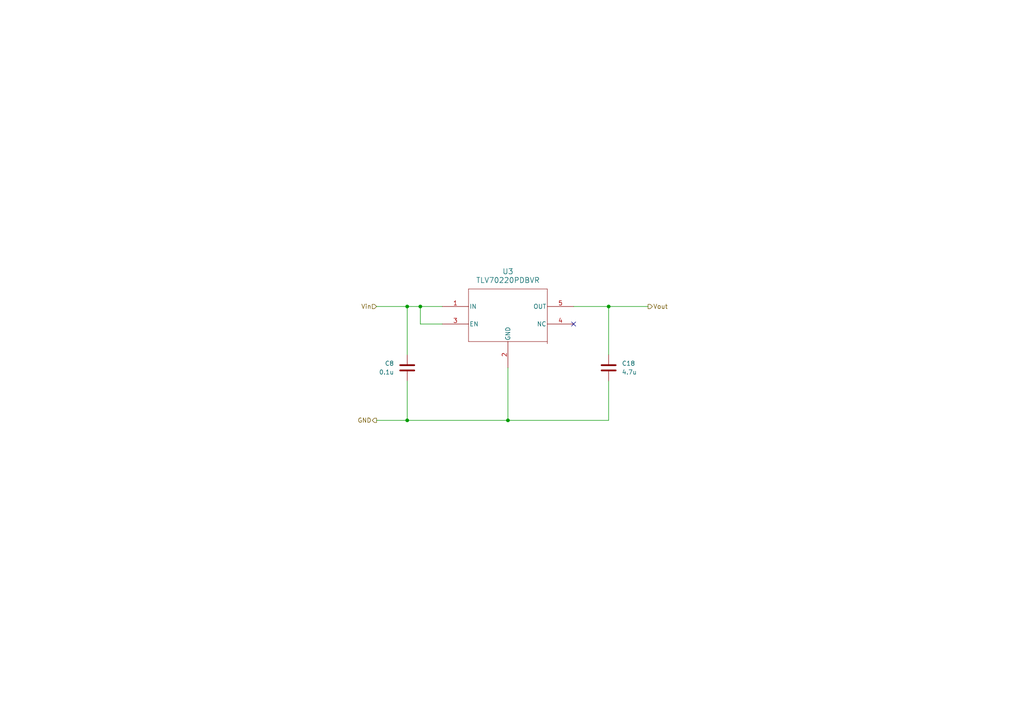
<source format=kicad_sch>
(kicad_sch (version 20250114) (generator "eeschema") (generator_version "9.0")
  (paper "A4")
  (title_block (title "VDDD Linreg (3.3V - 2.0V)") (rev "v0.3") (company "Goat Fast Racing") (comment 1 "Designed By Liam Jennings"))
  (lib_symbols
    (symbol "0_tlv70220pdbvr:TLV70220PDBVR" (pin_names (offset 0.254))
      (property "Reference" "U3" (at 0 11.43 0))
      (property "Value" "TLV70220PDBVR" (at 0 8.89 0))
      (symbol "TLV70220PDBVR_0_1"
        (polyline (pts (xy -11.43 7.62) (xy -11.43 -7.62)) (stroke (width 0.127)))
        (polyline (pts (xy -11.43 -7.62) (xy 11.43 -7.62)) (stroke (width 0.127)))
        (polyline (pts (xy 11.43 7.62) (xy -11.43 7.62)) (stroke (width 0.127)))
        (polyline (pts (xy 11.43 -8.255) (xy 11.43 7.62)) (stroke (width 0.127)))
        (pin input line (at -19.05 2.54 0) (length 7.62) (name "IN") (number "1"))
        (pin unspecified line (at -19.05 -2.54 0) (length 7.62) (name "EN") (number "3"))
        (pin output line (at 19.05 2.54 180) (length 7.62) (name "OUT") (number "5"))
        (pin unspecified line (at 19.05 -2.54 180) (length 7.62) (name "NC") (number "4"))
      )
      (symbol "TLV70220PDBVR_1_1"
        (pin power_in line (at 0 -15.24 90) (length 7.62) (name "GND") (number "2"))
      )
    )
    (symbol "Device:C" (pin_numbers (hide yes)) (pin_names (offset 0.254))
      (property "Reference" "C" (at 0.635 2.54 0))
      (property "Value" "C" (at 0.635 -2.54 0))
      (symbol "C_0_1"
        (polyline (pts (xy -2.032 0.762) (xy 2.032 0.762)) (stroke (width 0.508)))
        (polyline (pts (xy -2.032 -0.762) (xy 2.032 -0.762)) (stroke (width 0.508)))
      )
      (symbol "C_1_1"
        (pin passive line (at 0 3.81 270) (length 2.794) (name "~") (number "1"))
        (pin passive line (at 0 -3.81 90) (length 2.794) (name "~") (number "2"))
      )
    )
  )
  (junction (at 118.11 121.92))
  (junction (at 118.11 88.9))
  (junction (at 147.32 121.92))
  (junction (at 176.53 88.9))
  (junction (at 121.92 88.9))
  (no_connect (at 166.37 93.98))
  (wire (pts (xy 118.11 88.9) (xy 121.92 88.9)))
  (wire (pts (xy 166.37 88.9) (xy 176.53 88.9)))
  (wire (pts (xy 118.11 110.49) (xy 118.11 121.92)))
  (wire (pts (xy 109.22 121.92) (xy 118.11 121.92)))
  (wire (pts (xy 176.53 110.49) (xy 176.53 121.92)))
  (wire (pts (xy 147.32 121.92) (xy 176.53 121.92)))
  (wire (pts (xy 121.92 88.9) (xy 121.92 93.98)))
  (wire (pts (xy 121.92 88.9) (xy 128.27 88.9)))
  (wire (pts (xy 118.11 102.87) (xy 118.11 88.9)))
  (wire (pts (xy 147.32 106.68) (xy 147.32 121.92)))
  (wire (pts (xy 176.53 88.9) (xy 187.96 88.9)))
  (wire (pts (xy 109.22 88.9) (xy 118.11 88.9)))
  (wire (pts (xy 118.11 121.92) (xy 147.32 121.92)))
  (wire (pts (xy 121.92 93.98) (xy 128.27 93.98)))
  (wire (pts (xy 176.53 102.87) (xy 176.53 88.9)))
  (hierarchical_label "Vout" (shape output) (at 187.96 88.9 0))
  (hierarchical_label "Vin" (shape input) (at 109.22 88.9 180))
  (hierarchical_label "GND" (shape output) (at 109.22 121.92 180))
  (symbol (lib_id "Device:C") (at 118.11 106.68 0) (mirror y) (unit 1)
    (property "Reference" "C8" (at 114.3 105.4099 0) (effects (justify left)))
    (property "Value" "0.1u" (at 114.3 107.9499 0) (effects (justify left)))
    (property "Footprint" "Capacitor_SMD:C_0402_1005Metric" (effects (hide yes)))
    (property "Description" "Unpolarized capacitor" (effects (hide yes)))
    (property "IPN" "CAP-000031-00" (effects (hide yes)))
  )
  (symbol (lib_id "Device:C") (at 176.53 106.68 0) (mirror y) (unit 1)
    (property "Reference" "C18" (at 180.34 105.4099 0) (effects (justify right)))
    (property "Value" "4.7u" (at 180.34 107.9499 0) (effects (justify right)))
    (property "Footprint" "Capacitor_SMD:C_0402_1005Metric" (effects (hide yes)))
    (property "Description" "Unpolarized capacitor" (effects (hide yes)))
    (property "IPN" "CAP-000030-00" (effects (hide yes)))
  )
  (symbol (lib_id "0_tlv70220pdbvr:TLV70220PDBVR") (at 147.32 91.44 0) (unit 1)
    (property "Reference" "U3" (at 147.32 78.74 0) (effects (font (size 1.524 1.524))))
    (property "Value" "TLV70220PDBVR" (at 147.32 81.28 0) (effects (font (size 1.524 1.524))))
    (property "Footprint" "Package_TO_SOT_SMD:SOT-23-5" (effects (hide yes)))
    (property "Datasheet" "TLV70220PDBVR" (effects (hide yes)))
    (property "IPN" "ICS-000521-00" (effects (hide yes)))
  )
)
</source>
